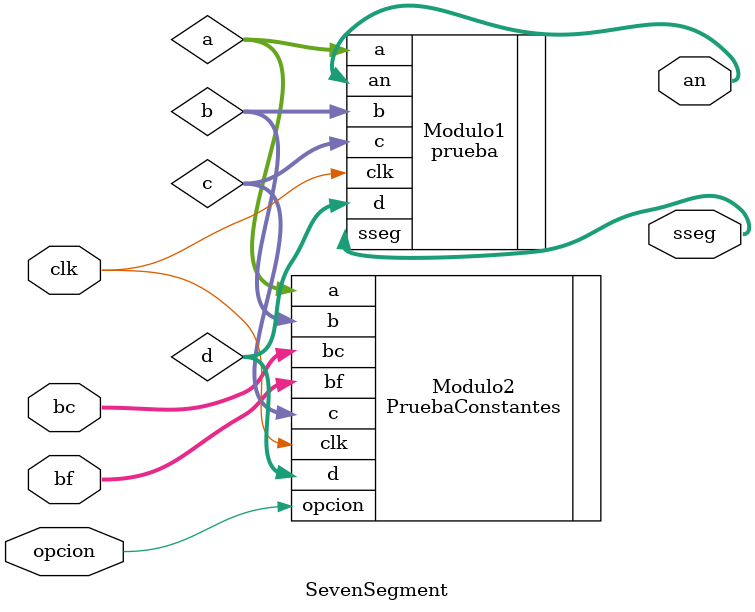
<source format=v>
`timescale 1ns / 1ps
module SevenSegment( 
//Definicion de las entradas y salidas
	input opcion,
	input clk,
	output [3:0] an,
	output [7:0] sseg,
	input [3:0] bf,bc
    );

wire [3:0] a, b, c, d; //Se declaran como cables las variables que entran y salen de distintos modulos

// Se instancia este modulo para enviar al decodificador los distintos valores de las constantes, para seleccionar cual de los valores se mostrara en el display de 7 segmentos
PruebaConstantes Modulo2 (
    .clk(clk), 
    .bf(bf), 
    .bc(bc), 
    .opcion(opcion), // Utiliza el modo de seleccion de frecuencia o corriente para saber que dato se debe decodificar
    .a(a), 
    .b(b), 
    .c(c), 
    .d(d)
    );

	 
// Instancia el modulo que multiplexa las salidas a los distintos display
prueba Modulo1 (
    .clk(clk), 
    .a(a), 
    .b(b), 
    .c(c), 
    .d(d), 
    .an(an), 
    .sseg(sseg)
    );
	 

endmodule

</source>
